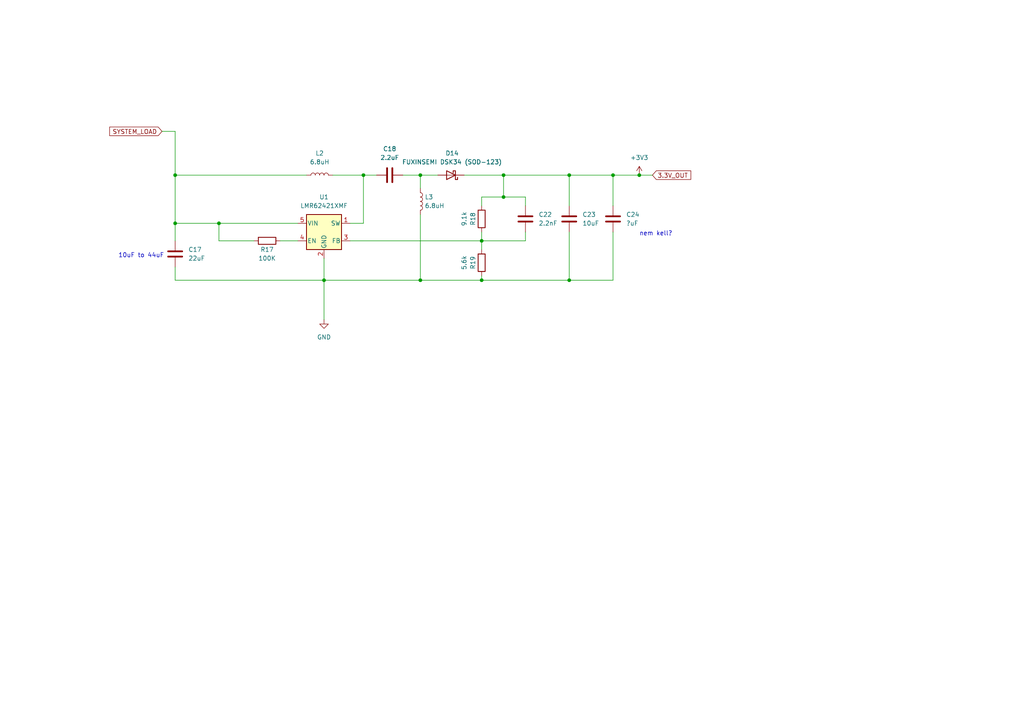
<source format=kicad_sch>
(kicad_sch (version 20211123) (generator eeschema)
  (paper "A4")
  (lib_symbols
    (symbol "Device:C" (pin_numbers hide) (pin_names (offset 0.254))
      (property "Reference" "C" (at 0.635 2.54 0))
      (property "Value" "C" (at 0.635 -2.54 0))
      (symbol "C_0_1"
        (polyline (pts (xy -2.032 -0.762) (xy 2.032 -0.762)) (stroke (width 0.508)))
        (polyline (pts (xy -2.032 0.762) (xy 2.032 0.762)) (stroke (width 0.508)))
      )
      (symbol "C_1_1"
        (pin passive line (at 0 3.81 270) (length 2.794) (name "~") (number "1"))
        (pin passive line (at 0 -3.81 90) (length 2.794) (name "~") (number "2"))
      )
    )
    (symbol "Device:L" (pin_numbers hide) (pin_names (offset 1.016) hide)
      (property "Reference" "L" (at -1.27 0 90))
      (property "Value" "L" (at 1.905 0 90))
      (symbol "L_0_1"
        (arc (start 0 -2.54) (mid 0.635 -1.905) (end 0 -1.27))
        (arc (start 0 -1.27) (mid 0.635 -0.635) (end 0 0))
        (arc (start 0 0) (mid 0.635 0.635) (end 0 1.27))
        (arc (start 0 1.27) (mid 0.635 1.905) (end 0 2.54))
      )
      (symbol "L_1_1"
        (pin passive line (at 0 3.81 270) (length 1.27) (name "1") (number "1"))
        (pin passive line (at 0 -3.81 90) (length 1.27) (name "2") (number "2"))
      )
    )
    (symbol "Device:R" (pin_numbers hide) (pin_names (offset 0))
      (property "Reference" "R" (at 2.032 0 90))
      (property "Value" "R" (at 0 0 90))
      (symbol "R_0_1"
        (rectangle (start -1.016 -2.54) (end 1.016 2.54) (stroke (width 0.254)))
      )
      (symbol "R_1_1"
        (pin passive line (at 0 3.81 270) (length 1.27) (name "~") (number "1"))
        (pin passive line (at 0 -3.81 90) (length 1.27) (name "~") (number "2"))
      )
    )
    (symbol "Diode:BAT42W-V" (pin_numbers hide) (pin_names (offset 1.016) hide)
      (property "Reference" "D" (at 0 2.54 0))
      (property "Value" "BAT42W-V" (at 0 -2.54 0))
      (symbol "BAT42W-V_0_1"
        (polyline (pts (xy 1.27 0) (xy -1.27 0)))
        (polyline (pts (xy 1.27 1.27) (xy 1.27 -1.27) (xy -1.27 0) (xy 1.27 1.27)) (stroke (width 0.254)))
        (polyline (pts (xy -1.905 0.635) (xy -1.905 1.27) (xy -1.27 1.27) (xy -1.27 -1.27) (xy -0.635 -1.27) (xy -0.635 -0.635)) (stroke (width 0.254)))
      )
      (symbol "BAT42W-V_1_1"
        (pin passive line (at -3.81 0 0) (length 2.54) (name "K") (number "1"))
        (pin passive line (at 3.81 0 180) (length 2.54) (name "A") (number "2"))
      )
    )
    (symbol "Regulator_Switching:LMR62421XMF" (pin_names (offset 0.254))
      (property "Reference" "U" (at -5.08 6.35 0))
      (property "Value" "LMR62421XMF" (at 0 6.35 0))
      (symbol "LMR62421XMF_0_1"
        (rectangle (start -5.08 5.08) (end 5.08 -5.08) (stroke (width 0.254)) (fill (type background)))
      )
      (symbol "LMR62421XMF_1_1"
        (pin output line (at 7.62 2.54 180) (length 2.54) (name "SW") (number "1"))
        (pin power_in line (at 0 -7.62 90) (length 2.54) (name "GND") (number "2"))
        (pin input line (at 7.62 -2.54 180) (length 2.54) (name "FB") (number "3"))
        (pin input line (at -7.62 -2.54 0) (length 2.54) (name "EN") (number "4"))
        (pin input line (at -7.62 2.54 0) (length 2.54) (name "VIN") (number "5"))
      )
    )
    (symbol "power:+3.3V" (power) (pin_names (offset 0))
      (property "Value" "+3.3V" (at 0 3.556 0))
      (symbol "+3.3V_0_1"
        (polyline (pts (xy -0.762 1.27) (xy 0 2.54)))
        (polyline (pts (xy 0 0) (xy 0 2.54)))
        (polyline (pts (xy 0 2.54) (xy 0.762 1.27)))
      )
      (symbol "+3.3V_1_1"
        (pin power_in line (at 0 0 90) (length 0) hide (name "+3V3") (number "1"))
      )
    )
    (symbol "power:GND" (power) (pin_names (offset 0))
      (property "Value" "GND" (at 0 -3.81 0))
      (symbol "GND_0_1"
        (polyline (pts (xy 0 0) (xy 0 -1.27) (xy 1.27 -1.27) (xy 0 -2.54) (xy -1.27 -1.27) (xy 0 -1.27)))
      )
      (symbol "GND_1_1"
        (pin power_in line (at 0 0 270) (length 0) hide (name "GND") (number "1"))
      )
    )
  )
  (junction (at 139.7 81.28))
  (junction (at 121.92 50.8))
  (junction (at 63.5 64.77))
  (junction (at 50.8 64.77))
  (junction (at 165.1 81.28))
  (junction (at 165.1 50.8))
  (junction (at 121.92 81.28))
  (junction (at 146.05 50.8))
  (junction (at 139.7 69.85))
  (junction (at 185.42 50.8))
  (junction (at 177.8 50.8))
  (junction (at 105.41 50.8))
  (junction (at 50.8 50.8))
  (junction (at 146.05 57.15))
  (junction (at 93.98 81.28))
  (wire (pts (xy 139.7 69.85) (xy 139.7 72.39)))
  (wire (pts (xy 50.8 64.77) (xy 63.5 64.77)))
  (wire (pts (xy 165.1 50.8) (xy 146.05 50.8)))
  (wire (pts (xy 50.8 64.77) (xy 50.8 69.85)))
  (wire (pts (xy 50.8 77.47) (xy 50.8 81.28)))
  (wire (pts (xy 139.7 67.31) (xy 139.7 69.85)))
  (wire (pts (xy 46.99 38.1) (xy 50.8 38.1)))
  (wire (pts (xy 101.6 69.85) (xy 139.7 69.85)))
  (wire (pts (xy 152.4 57.15) (xy 146.05 57.15)))
  (wire (pts (xy 63.5 69.85) (xy 73.66 69.85)))
  (wire (pts (xy 50.8 50.8) (xy 50.8 64.77)))
  (wire (pts (xy 177.8 81.28) (xy 165.1 81.28)))
  (wire (pts (xy 146.05 57.15) (xy 139.7 57.15)))
  (wire (pts (xy 165.1 67.31) (xy 165.1 81.28)))
  (wire (pts (xy 177.8 50.8) (xy 185.42 50.8)))
  (wire (pts (xy 93.98 81.28) (xy 93.98 92.71)))
  (wire (pts (xy 165.1 59.69) (xy 165.1 50.8)))
  (wire (pts (xy 105.41 50.8) (xy 109.22 50.8)))
  (wire (pts (xy 134.62 50.8) (xy 146.05 50.8)))
  (wire (pts (xy 177.8 50.8) (xy 165.1 50.8)))
  (wire (pts (xy 139.7 80.01) (xy 139.7 81.28)))
  (wire (pts (xy 121.92 81.28) (xy 93.98 81.28)))
  (wire (pts (xy 116.84 50.8) (xy 121.92 50.8)))
  (wire (pts (xy 63.5 64.77) (xy 86.36 64.77)))
  (wire (pts (xy 121.92 62.23) (xy 121.92 81.28)))
  (wire (pts (xy 121.92 50.8) (xy 121.92 54.61)))
  (wire (pts (xy 165.1 81.28) (xy 139.7 81.28)))
  (wire (pts (xy 93.98 74.93) (xy 93.98 81.28)))
  (wire (pts (xy 50.8 81.28) (xy 93.98 81.28)))
  (wire (pts (xy 152.4 69.85) (xy 152.4 67.31)))
  (wire (pts (xy 50.8 50.8) (xy 88.9 50.8)))
  (wire (pts (xy 105.41 50.8) (xy 96.52 50.8)))
  (wire (pts (xy 101.6 64.77) (xy 105.41 64.77)))
  (wire (pts (xy 50.8 38.1) (xy 50.8 50.8)))
  (wire (pts (xy 139.7 69.85) (xy 152.4 69.85)))
  (wire (pts (xy 63.5 64.77) (xy 63.5 69.85)))
  (wire (pts (xy 121.92 50.8) (xy 127 50.8)))
  (wire (pts (xy 177.8 67.31) (xy 177.8 81.28)))
  (wire (pts (xy 185.42 50.8) (xy 189.23 50.8)))
  (wire (pts (xy 81.28 69.85) (xy 86.36 69.85)))
  (wire (pts (xy 139.7 81.28) (xy 121.92 81.28)))
  (wire (pts (xy 146.05 50.8) (xy 146.05 57.15)))
  (wire (pts (xy 152.4 59.69) (xy 152.4 57.15)))
  (wire (pts (xy 177.8 59.69) (xy 177.8 50.8)))
  (wire (pts (xy 139.7 57.15) (xy 139.7 59.69)))
  (wire (pts (xy 105.41 64.77) (xy 105.41 50.8)))
  (text "10uF to 44uF" (at 34.29 74.93 0) (effects (font (size 1.27 1.27)) (justify left bottom)))
  (text "nem kell?" (at 185.42 68.58 0) (effects (font (size 1.27 1.27)) (justify left bottom)))
  (global_label "3.3V_OUT" (shape input) (at 189.23 50.8 0) (property "Intersheet References" "${INTERSHEET_REFS}" (effects hide)))
  (global_label "SYSTEM_LOAD" (shape input) (at 46.99 38.1 180) (property "Intersheet References" "${INTERSHEET_REFS}" (effects hide)))
  (symbol (lib_id "Device:C") (at 152.4 63.5 0) (unit 1)
    (property "Reference" "C22" (at 156.21 62.2299 0) (effects (justify left)))
    (property "Value" "2.2nF" (at 156.21 64.7699 0) (effects (justify left)))
    (property "Footprint" "Capacitor_SMD:C_0805_2012Metric_Pad1.18x1.45mm_HandSolder" (effects hide))
  )
  (symbol (lib_id "Device:R") (at 139.7 76.2 0) (unit 1)
    (property "Reference" "R19" (at 137.16 76.2 90))
    (property "Value" "5.6k" (at 134.62 76.2 90))
    (property "Footprint" "Resistor_SMD:R_0805_2012Metric_Pad1.20x1.40mm_HandSolder" (effects hide))
  )
  (symbol (lib_id "Device:C") (at 177.8 63.5 0) (unit 1)
    (property "Reference" "C24" (at 181.61 62.2299 0) (effects (justify left)))
    (property "Value" "?uF" (at 181.61 64.7699 0) (effects (justify left)))
    (property "Footprint" "Capacitor_SMD:C_0805_2012Metric_Pad1.18x1.45mm_HandSolder" (effects hide))
  )
  (symbol (lib_id "Device:C") (at 50.8 73.66 0) (unit 1)
    (property "Reference" "C17" (at 54.61 72.3899 0) (effects (justify left)))
    (property "Value" "22uF" (at 54.61 74.9299 0) (effects (justify left)))
    (property "Footprint" "Capacitor_SMD:C_0805_2012Metric_Pad1.18x1.45mm_HandSolder" (effects hide))
  )
  (symbol (lib_id "power:GND") (at 93.98 92.71 0) (unit 1)
    (property "Reference" "#PWR0144" (effects hide))
    (property "Value" "GND" (at 93.98 97.79 0))
  )
  (symbol (lib_id "Diode:BAT42W-V") (at 130.81 50.8 180) (unit 1)
    (property "Reference" "D14" (at 131.1275 44.45 0))
    (property "Value" "FUXINSEMI DSK34 (SOD-123)" (at 131.1275 46.99 0))
    (property "Footprint" "Diode_SMD:D_SOD-123" (effects hide))
    (property "Datasheet" "https://datasheet.lcsc.com/lcsc/2010271836_FUXINSEMI-DSK34_C908230.pdf" (effects hide))
  )
  (symbol (lib_id "power:+3.3V") (at 185.42 50.8 0) (unit 1)
    (property "Reference" "#PWR0145" (effects hide))
    (property "Value" "+3.3V" (at 185.42 45.72 0))
  )
  (symbol (lib_id "Device:C") (at 165.1 63.5 0) (unit 1)
    (property "Reference" "C23" (at 168.91 62.2299 0) (effects (justify left)))
    (property "Value" "10uF" (at 168.91 64.7699 0) (effects (justify left)))
    (property "Footprint" "Capacitor_SMD:C_0805_2012Metric_Pad1.18x1.45mm_HandSolder" (effects hide))
  )
  (symbol (lib_id "Device:C") (at 113.03 50.8 90) (unit 1)
    (property "Reference" "C18" (at 113.03 43.18 90))
    (property "Value" "2.2uF" (at 113.03 45.72 90))
    (property "Footprint" "Capacitor_SMD:C_0805_2012Metric_Pad1.18x1.45mm_HandSolder" (effects hide))
  )
  (symbol (lib_id "Regulator_Switching:LMR62421XMF") (at 93.98 67.31 0) (unit 1)
    (property "Reference" "U1" (at 93.98 57.15 0))
    (property "Value" "LMR62421XMF" (at 93.98 59.69 0))
    (property "Footprint" "Package_TO_SOT_SMD:SOT-23-5" (effects hide))
    (property "Datasheet" "http://www.ti.com/lit/ds/symlink/lmr62421.pdf" (effects hide))
  )
  (symbol (lib_id "Device:R") (at 139.7 63.5 0) (unit 1)
    (property "Reference" "R18" (at 137.16 63.5 90))
    (property "Value" "9.1k" (at 134.62 63.5 90))
    (property "Footprint" "Resistor_SMD:R_0805_2012Metric_Pad1.20x1.40mm_HandSolder" (effects hide))
  )
  (symbol (lib_id "Device:L") (at 92.71 50.8 90) (unit 1)
    (property "Reference" "L2" (at 92.71 44.45 90))
    (property "Value" "6.8uH" (at 92.71 46.99 90))
    (property "Footprint" "inductors:inductor_koherelec" (effects hide))
  )
  (symbol (lib_id "Device:R") (at 77.47 69.85 90) (unit 1)
    (property "Reference" "R17" (at 77.47 72.39 90))
    (property "Value" "100K" (at 77.47 74.93 90))
    (property "Footprint" "Resistor_SMD:R_0805_2012Metric_Pad1.20x1.40mm_HandSolder" (effects hide))
  )
  (symbol (lib_id "Device:L") (at 121.92 58.42 0) (unit 1)
    (property "Reference" "L3" (at 123.19 57.1499 0) (effects (justify left)))
    (property "Value" "6.8uH" (at 123.19 59.6899 0) (effects (justify left)))
    (property "Footprint" "inductors:inductor_koherelec" (effects hide))
  )
)
</source>
